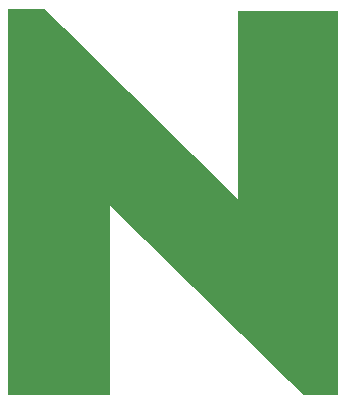
<source format=gbo>
G04 #@! TF.FileFunction,Legend,Bot*
%FSLAX46Y46*%
G04 Gerber Fmt 4.6, Leading zero omitted, Abs format (unit mm)*
G04 Created by KiCad (PCBNEW 4.0.0-rc2-stable) date 3/3/2016 3:46:15 PM*
%MOMM*%
G01*
G04 APERTURE LIST*
%ADD10C,0.150000*%
%ADD11C,0.025400*%
G04 APERTURE END LIST*
D10*
D11*
G36*
X70735462Y-34625938D02*
X70739695Y-34628676D01*
X70744660Y-34629552D01*
X70749574Y-34628427D01*
X70753663Y-34625479D01*
X70756284Y-34621173D01*
X70757040Y-34616857D01*
X70757829Y-18737554D01*
X79208890Y-18737554D01*
X79208890Y-51187614D01*
X76263715Y-51187614D01*
X59912513Y-35207920D01*
X59908280Y-35205182D01*
X59903316Y-35204307D01*
X59898402Y-35205432D01*
X59894312Y-35208381D01*
X59891693Y-35212688D01*
X59890937Y-35217002D01*
X59890133Y-51140860D01*
X51346670Y-51140860D01*
X51346670Y-18598405D01*
X54339717Y-18598405D01*
X70735462Y-34625938D01*
X70735462Y-34625938D01*
G37*
X70735462Y-34625938D02*
X70739695Y-34628676D01*
X70744660Y-34629552D01*
X70749574Y-34628427D01*
X70753663Y-34625479D01*
X70756284Y-34621173D01*
X70757040Y-34616857D01*
X70757829Y-18737554D01*
X79208890Y-18737554D01*
X79208890Y-51187614D01*
X76263715Y-51187614D01*
X59912513Y-35207920D01*
X59908280Y-35205182D01*
X59903316Y-35204307D01*
X59898402Y-35205432D01*
X59894312Y-35208381D01*
X59891693Y-35212688D01*
X59890937Y-35217002D01*
X59890133Y-51140860D01*
X51346670Y-51140860D01*
X51346670Y-18598405D01*
X54339717Y-18598405D01*
X70735462Y-34625938D01*
M02*

</source>
